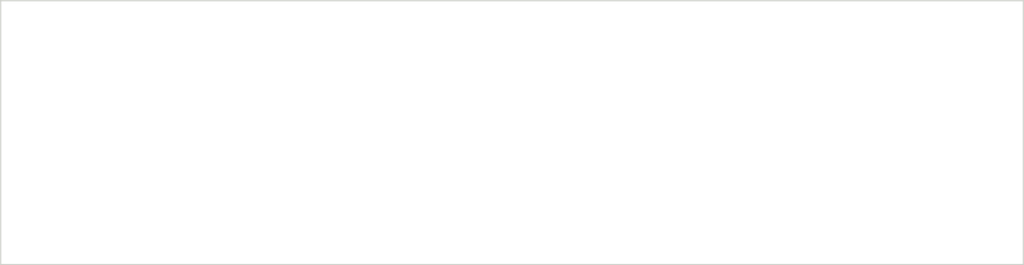
<source format=kicad_pcb>
(kicad_pcb
	(version 20241229)
	(generator "pcbnew")
	(generator_version "9.0")
	(general
		(thickness 1.6)
		(legacy_teardrops no)
	)
	(paper "A4")
	(layers
		(0 "F.Cu" signal)
		(2 "B.Cu" signal)
		(9 "F.Adhes" user "F.Adhesive")
		(11 "B.Adhes" user "B.Adhesive")
		(13 "F.Paste" user)
		(15 "B.Paste" user)
		(5 "F.SilkS" user "F.Silkscreen")
		(7 "B.SilkS" user "B.Silkscreen")
		(1 "F.Mask" user)
		(3 "B.Mask" user)
		(17 "Dwgs.User" user "User.Drawings")
		(19 "Cmts.User" user "User.Comments")
		(21 "Eco1.User" user "User.Eco1")
		(23 "Eco2.User" user "User.Eco2")
		(25 "Edge.Cuts" user)
		(27 "Margin" user)
		(31 "F.CrtYd" user "F.Courtyard")
		(29 "B.CrtYd" user "B.Courtyard")
		(35 "F.Fab" user)
		(33 "B.Fab" user)
		(39 "User.1" user)
		(41 "User.2" user)
		(43 "User.3" user)
		(45 "User.4" user)
	)
	(setup
		(pad_to_mask_clearance 0)
		(allow_soldermask_bridges_in_footprints no)
		(tenting front back)
		(pcbplotparams
			(layerselection 0x00000000_00000000_55555555_5755f5ff)
			(plot_on_all_layers_selection 0x00000000_00000000_00000000_00000000)
			(disableapertmacros no)
			(usegerberextensions no)
			(usegerberattributes yes)
			(usegerberadvancedattributes yes)
			(creategerberjobfile yes)
			(dashed_line_dash_ratio 12.000000)
			(dashed_line_gap_ratio 3.000000)
			(svgprecision 4)
			(plotframeref no)
			(mode 1)
			(useauxorigin no)
			(hpglpennumber 1)
			(hpglpenspeed 20)
			(hpglpendiameter 15.000000)
			(pdf_front_fp_property_popups yes)
			(pdf_back_fp_property_popups yes)
			(pdf_metadata yes)
			(pdf_single_document no)
			(dxfpolygonmode yes)
			(dxfimperialunits yes)
			(dxfusepcbnewfont yes)
			(psnegative no)
			(psa4output no)
			(plot_black_and_white yes)
			(sketchpadsonfab no)
			(plotpadnumbers no)
			(hidednponfab no)
			(sketchdnponfab yes)
			(crossoutdnponfab yes)
			(subtractmaskfromsilk no)
			(outputformat 1)
			(mirror no)
			(drillshape 1)
			(scaleselection 1)
			(outputdirectory "")
		)
	)
	(net 0 "")
	(gr_rect
		(start 70 80)
		(end 225 120)
		(stroke
			(width 0.2)
			(type solid)
		)
		(fill no)
		(layer "Edge.Cuts")
		(uuid "a5f9b489-ae51-4d34-be61-5d31601163fc")
	)
	(embedded_fonts no)
)

</source>
